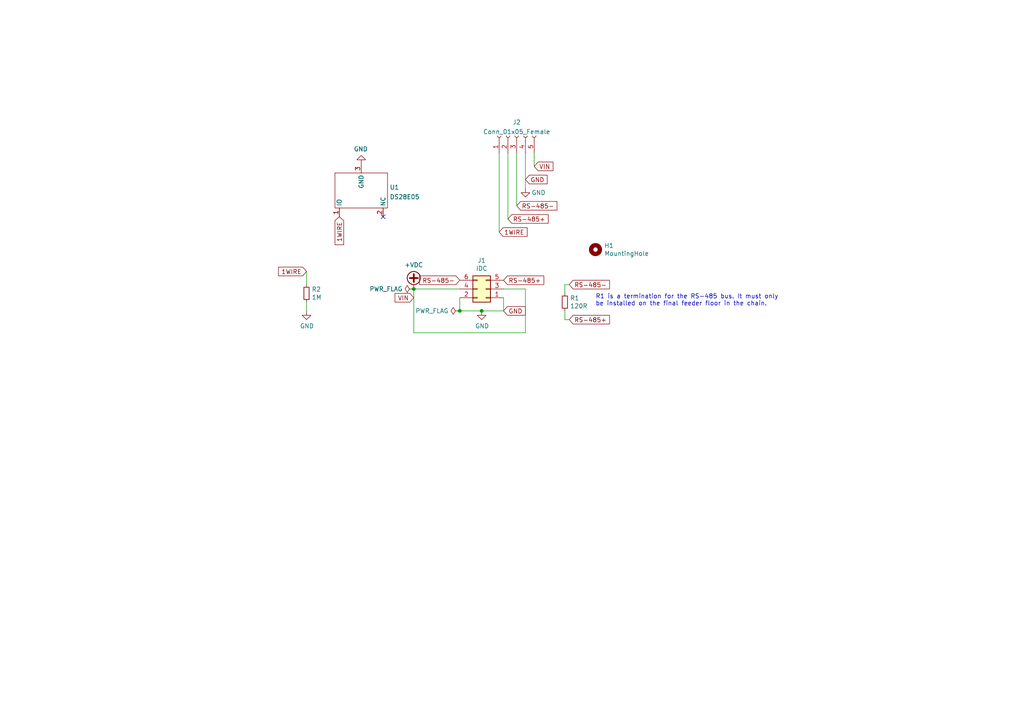
<source format=kicad_sch>
(kicad_sch (version 20211123) (generator eeschema)
  (paper "A4")
  (lib_symbols
    (symbol "Connector:Conn_01x05_Female" (pin_names (offset 1.016) hide)
      (property "Reference" "J" (at 0 7.62 0))
      (property "Value" "Conn_01x05_Female" (at 0 -7.62 0))
      (symbol "Conn_01x05_Female_1_1"
        (arc (start 0 -4.572) (mid -0.508 -5.08) (end 0 -5.588) (stroke (width 0.1524)))
        (arc (start 0 -2.032) (mid -0.508 -2.54) (end 0 -3.048) (stroke (width 0.1524)))
        (polyline (pts (xy -1.27 -5.08) (xy -0.508 -5.08)) (stroke (width 0.1524)))
        (polyline (pts (xy -1.27 -2.54) (xy -0.508 -2.54)) (stroke (width 0.1524)))
        (polyline (pts (xy -1.27 0) (xy -0.508 0)) (stroke (width 0.1524)))
        (polyline (pts (xy -1.27 2.54) (xy -0.508 2.54)) (stroke (width 0.1524)))
        (polyline (pts (xy -1.27 5.08) (xy -0.508 5.08)) (stroke (width 0.1524)))
        (arc (start 0 0.508) (mid -0.508 0) (end 0 -0.508) (stroke (width 0.1524)))
        (arc (start 0 3.048) (mid -0.508 2.54) (end 0 2.032) (stroke (width 0.1524)))
        (arc (start 0 5.588) (mid -0.508 5.08) (end 0 4.572) (stroke (width 0.1524)))
        (pin passive line (at -5.08 5.08 0) (length 3.81) (name "Pin_1") (number "1"))
        (pin passive line (at -5.08 2.54 0) (length 3.81) (name "Pin_2") (number "2"))
        (pin passive line (at -5.08 0 0) (length 3.81) (name "Pin_3") (number "3"))
        (pin passive line (at -5.08 -2.54 0) (length 3.81) (name "Pin_4") (number "4"))
        (pin passive line (at -5.08 -5.08 0) (length 3.81) (name "Pin_5") (number "5"))
      )
    )
    (symbol "Connector_Generic:Conn_02x03_Odd_Even" (pin_names (offset 1.016) hide)
      (property "Reference" "J" (at 1.27 5.08 0))
      (property "Value" "Conn_02x03_Odd_Even" (at 1.27 -5.08 0))
      (symbol "Conn_02x03_Odd_Even_1_1"
        (rectangle (start -1.27 -2.413) (end 0 -2.667) (stroke (width 0.1524)))
        (rectangle (start -1.27 0.127) (end 0 -0.127) (stroke (width 0.1524)))
        (rectangle (start -1.27 2.667) (end 0 2.413) (stroke (width 0.1524)))
        (rectangle (start -1.27 3.81) (end 3.81 -3.81) (stroke (width 0.254)) (fill (type background)))
        (rectangle (start 3.81 -2.413) (end 2.54 -2.667) (stroke (width 0.1524)))
        (rectangle (start 3.81 0.127) (end 2.54 -0.127) (stroke (width 0.1524)))
        (rectangle (start 3.81 2.667) (end 2.54 2.413) (stroke (width 0.1524)))
        (pin passive line (at -5.08 2.54 0) (length 3.81) (name "Pin_1") (number "1"))
        (pin passive line (at 7.62 2.54 180) (length 3.81) (name "Pin_2") (number "2"))
        (pin passive line (at -5.08 0 0) (length 3.81) (name "Pin_3") (number "3"))
        (pin passive line (at 7.62 0 180) (length 3.81) (name "Pin_4") (number "4"))
        (pin passive line (at -5.08 -2.54 0) (length 3.81) (name "Pin_5") (number "5"))
        (pin passive line (at 7.62 -2.54 180) (length 3.81) (name "Pin_6") (number "6"))
      )
    )
    (symbol "Device:R_Small" (pin_numbers hide) (pin_names (offset 0.254) hide)
      (property "Reference" "R" (at 0.762 0.508 0))
      (property "Value" "R_Small" (at 0.762 -1.016 0))
      (symbol "R_Small_0_1"
        (rectangle (start -0.762 1.778) (end 0.762 -1.778) (stroke (width 0.2032)))
      )
      (symbol "R_Small_1_1"
        (pin passive line (at 0 2.54 270) (length 0.762) (name "~") (number "1"))
        (pin passive line (at 0 -2.54 90) (length 0.762) (name "~") (number "2"))
      )
    )
    (symbol "Mechanical:MountingHole" (pin_names (offset 1.016))
      (property "Reference" "H" (at 0 5.08 0))
      (property "Value" "MountingHole" (at 0 3.175 0))
      (symbol "MountingHole_0_1"
        (circle (center 0 0) (radius 1.27) (stroke (width 1.27)))
      )
    )
    (symbol "feeder:DS28E05"
      (property "Reference" "U" (at -6.35 3.81 0))
      (property "Value" "DS28E05" (at 0 -1.27 0))
      (symbol "DS28E05_0_1"
        (rectangle (start -7.62 5.08) (end 7.62 -5.08))
      )
      (symbol "DS28E05_1_1"
        (pin passive line (at -6.35 -7.62 90) (length 2.54) (name "IO") (number "1"))
        (pin passive line (at 6.35 -7.62 90) (length 2.54) (name "NC") (number "2"))
        (pin passive line (at 0 7.62 270) (length 2.54) (name "GND") (number "3"))
      )
    )
    (symbol "power:+VDC" (power) (pin_names (offset 0))
      (property "Value" "+VDC" (at 0 6.35 0))
      (symbol "+VDC_0_1"
        (polyline (pts (xy -1.143 3.175) (xy 1.143 3.175)) (stroke (width 0.508)))
        (polyline (pts (xy 0 0) (xy 0 1.27)))
        (polyline (pts (xy 0 2.032) (xy 0 4.318)) (stroke (width 0.508)))
        (circle (center 0 3.175) (radius 1.905) (stroke (width 0.254)))
      )
      (symbol "+VDC_1_1"
        (pin power_in line (at 0 0 90) (length 0) hide (name "+VDC") (number "1"))
      )
    )
    (symbol "power:GND" (power) (pin_names (offset 0))
      (property "Value" "GND" (at 0 -3.81 0))
      (symbol "GND_0_1"
        (polyline (pts (xy 0 0) (xy 0 -1.27) (xy 1.27 -1.27) (xy 0 -2.54) (xy -1.27 -1.27) (xy 0 -1.27)))
      )
      (symbol "GND_1_1"
        (pin power_in line (at 0 0 270) (length 0) hide (name "GND") (number "1"))
      )
    )
    (symbol "power:PWR_FLAG" (power) (pin_numbers hide) (pin_names (offset 0) hide)
      (property "Value" "PWR_FLAG" (at 0 3.81 0))
      (symbol "PWR_FLAG_0_0"
        (pin power_out line (at 0 0 90) (length 0) (name "pwr") (number "1"))
      )
      (symbol "PWR_FLAG_0_1"
        (polyline (pts (xy 0 0) (xy 0 1.27) (xy -1.016 1.905) (xy 0 2.54) (xy 1.016 1.905) (xy 0 1.27)))
      )
    )
  )
  (junction (at 133.35 90.17))
  (junction (at 139.7 90.17))
  (junction (at 120.015 83.82))
  (no_connect (at 111.125 62.865))
  (wire (pts (xy 152.4 83.82) (xy 146.05 83.82)))
  (wire (pts (xy 149.86 44.45) (xy 149.86 59.69)))
  (wire (pts (xy 88.9 78.74) (xy 88.9 82.55)))
  (wire (pts (xy 120.015 83.82) (xy 120.015 96.52)))
  (wire (pts (xy 133.35 90.17) (xy 139.7 90.17)))
  (wire (pts (xy 163.83 92.71) (xy 165.1 92.71)))
  (wire (pts (xy 152.4 96.52) (xy 152.4 83.82)))
  (wire (pts (xy 120.015 96.52) (xy 152.4 96.52)))
  (wire (pts (xy 163.83 90.17) (xy 163.83 92.71)))
  (wire (pts (xy 147.32 44.45) (xy 147.32 63.5)))
  (wire (pts (xy 152.4 44.45) (xy 152.4 54.61)))
  (wire (pts (xy 144.78 44.45) (xy 144.78 67.31)))
  (wire (pts (xy 146.05 90.17) (xy 139.7 90.17)))
  (wire (pts (xy 146.05 86.36) (xy 146.05 90.17)))
  (wire (pts (xy 120.015 83.82) (xy 133.35 83.82)))
  (wire (pts (xy 133.35 86.36) (xy 133.35 90.17)))
  (wire (pts (xy 154.94 44.45) (xy 154.94 48.26)))
  (wire (pts (xy 165.1 82.55) (xy 163.83 82.55)))
  (wire (pts (xy 163.83 82.55) (xy 163.83 85.09)))
  (wire (pts (xy 88.9 87.63) (xy 88.9 90.17)))
  (text "R1 is a termination for the RS-485 bus. It must only \nbe installed on the final feeder floor in the chain." (at 172.72 88.9 0) (effects (font (size 1.27 1.27)) (justify left bottom)))
  (global_label "RS-485-" (shape input) (at 165.1 82.55 0) (property "Intersheet References" "${INTERSHEET_REFS}" (effects hide)))
  (global_label "RS-485-" (shape input) (at 133.35 81.28 180) (property "Intersheet References" "${INTERSHEET_REFS}" (effects hide)))
  (global_label "GND" (shape input) (at 152.4 52.07 0) (property "Intersheet References" "${INTERSHEET_REFS}" (effects hide)))
  (global_label "VIN" (shape input) (at 154.94 48.26 0) (property "Intersheet References" "${INTERSHEET_REFS}" (effects hide)))
  (global_label "RS-485-" (shape input) (at 149.86 59.69 0) (property "Intersheet References" "${INTERSHEET_REFS}" (effects hide)))
  (global_label "VIN" (shape input) (at 120.015 86.36 180) (property "Intersheet References" "${INTERSHEET_REFS}" (effects hide)))
  (global_label "1WIRE" (shape input) (at 88.9 78.74 180) (property "Intersheet References" "${INTERSHEET_REFS}" (effects hide)))
  (global_label "RS-485+" (shape input) (at 146.05 81.28 0) (property "Intersheet References" "${INTERSHEET_REFS}" (effects hide)))
  (global_label "GND" (shape input) (at 146.05 90.17 0) (property "Intersheet References" "${INTERSHEET_REFS}" (effects hide)))
  (global_label "RS-485+" (shape input) (at 147.32 63.5 0) (property "Intersheet References" "${INTERSHEET_REFS}" (effects hide)))
  (global_label "RS-485+" (shape input) (at 165.1 92.71 0) (property "Intersheet References" "${INTERSHEET_REFS}" (effects hide)))
  (global_label "1WIRE" (shape input) (at 144.78 67.31 0) (property "Intersheet References" "${INTERSHEET_REFS}" (effects hide)))
  (global_label "1WIRE" (shape input) (at 98.425 62.865 270) (property "Intersheet References" "${INTERSHEET_REFS}" (effects hide)))
  (symbol (lib_id "power:GND") (at 104.775 47.625 180) (unit 1)
    (property "Reference" "#PWR0101" (effects hide))
    (property "Value" "GND" (at 104.648 43.2308 0))
  )
  (symbol (lib_id "power:GND") (at 152.4 54.61 0) (unit 1)
    (property "Reference" "#PWR0102" (effects hide))
    (property "Value" "GND" (at 156.21 55.88 0))
  )
  (symbol (lib_id "power:GND") (at 139.7 90.17 0) (unit 1)
    (property "Reference" "#PWR0103" (effects hide))
    (property "Value" "GND" (at 139.827 94.5642 0))
  )
  (symbol (lib_id "power:+VDC") (at 120.015 83.82 0) (unit 1)
    (property "Reference" "#PWR0104" (effects hide))
    (property "Value" "+VDC" (at 120.015 76.835 0))
  )
  (symbol (lib_id "Connector_Generic:Conn_02x03_Odd_Even") (at 140.97 83.82 180) (unit 1)
    (property "Reference" "J1" (at 139.7 75.565 0))
    (property "Value" "IDC" (at 139.7 77.8764 0))
    (property "Footprint" "Connector_PinHeader_2.54mm:PinHeader_2x03_P2.54mm_Vertical_SMD" (effects hide))
    (property "Digikey" "732-5394-ND" (effects hide))
    (property "Mouser" "710-61200621621" (effects hide))
    (property "LCSC" "C601936" (effects hide))
    (property "JLCPCB" "C601936" (effects hide))
  )
  (symbol (lib_id "Mechanical:MountingHole") (at 172.72 72.39 0) (unit 1)
    (property "Reference" "H1" (at 175.26 71.2216 0) (effects (justify left)))
    (property "Value" "MountingHole" (at 175.26 73.533 0) (effects (justify left)))
    (property "Footprint" "MountingHole:MountingHole_3.2mm_M3" (effects hide))
  )
  (symbol (lib_id "Device:R_Small") (at 163.83 87.63 0) (unit 1)
    (property "Reference" "R1" (at 165.3286 86.4616 0) (effects (justify left)))
    (property "Value" "120R" (at 165.3286 88.773 0) (effects (justify left)))
    (property "Footprint" "Resistor_SMD:R_0805_2012Metric" (effects hide))
    (property "JLCPCB" "C17437" (effects hide))
    (property "LCSC" "C61683" (effects hide))
    (property "Digikey" "RMCF0805JT120RCT-ND" (effects hide))
    (property "Mouser" "652-CR0805FX-1200ELF" (effects hide))
  )
  (symbol (lib_id "power:PWR_FLAG") (at 120.015 83.82 90) (unit 1)
    (property "Reference" "#FLG0101" (effects hide))
    (property "Value" "PWR_FLAG" (at 116.7892 83.82 90) (effects (justify left)))
  )
  (symbol (lib_id "power:PWR_FLAG") (at 133.35 90.17 90) (unit 1)
    (property "Reference" "#FLG0102" (effects hide))
    (property "Value" "PWR_FLAG" (at 130.1242 90.17 90) (effects (justify left)))
  )
  (symbol (lib_id "Connector:Conn_01x05_Female") (at 149.86 39.37 90) (unit 1)
    (property "Reference" "J2" (at 149.86 35.4543 90))
    (property "Value" "Conn_01x05_Female" (at 149.86 38.2294 90))
    (property "Footprint" "feeder:AVX-915-005-541-Contact-Surface" (effects hide))
  )
  (symbol (lib_id "power:GND") (at 88.9 90.17 0) (unit 1)
    (property "Reference" "#PWR0105" (effects hide))
    (property "Value" "GND" (at 89.027 94.5642 0))
  )
  (symbol (lib_id "Device:R_Small") (at 88.9 85.09 0) (unit 1)
    (property "Reference" "R2" (at 90.3986 83.9216 0) (effects (justify left)))
    (property "Value" "1M" (at 90.3986 86.233 0) (effects (justify left)))
    (property "Footprint" "Resistor_SMD:R_0805_2012Metric" (effects hide))
    (property "JLCPCB" "C17437" (effects hide))
    (property "LCSC" "C61683" (effects hide))
    (property "Digikey" "RMCF0805JT120RCT-ND" (effects hide))
    (property "Mouser" "652-CR0805FX-1200ELF" (effects hide))
  )
  (symbol (lib_id "feeder:DS28E05") (at 104.775 55.245 0) (unit 1)
    (property "Reference" "U1" (at 113.03 54.3365 0) (effects (justify left)))
    (property "Value" "DS28E05" (at 113.03 57.1116 0) (effects (justify left)))
    (property "Footprint" "Package_TO_SOT_SMD:SOT-23" (effects hide))
  )
)
</source>
